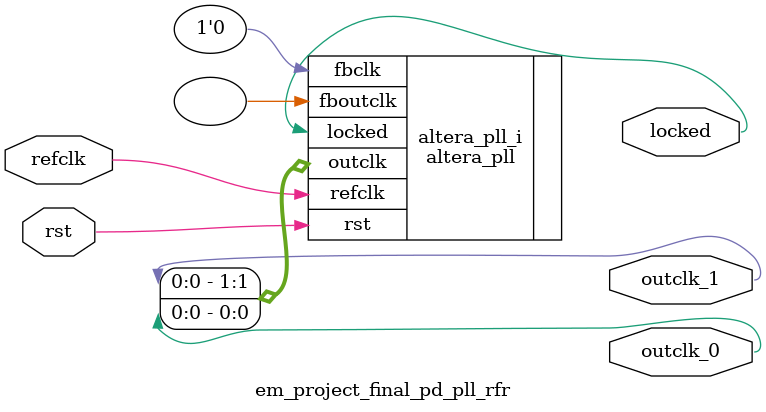
<source format=v>
`timescale 1ns/10ps
module  em_project_final_pd_pll_rfr(

	// interface 'refclk'
	input wire refclk,

	// interface 'reset'
	input wire rst,

	// interface 'outclk0'
	output wire outclk_0,

	// interface 'outclk1'
	output wire outclk_1,

	// interface 'locked'
	output wire locked
);

	altera_pll #(
		.fractional_vco_multiplier("false"),
		.reference_clock_frequency("50.0 MHz"),
		.operation_mode("direct"),
		.number_of_clocks(2),
		.output_clock_frequency0("74.242424 MHz"),
		.phase_shift0("0 ps"),
		.duty_cycle0(50),
		.output_clock_frequency1("74.242424 MHz"),
		.phase_shift1("0 ps"),
		.duty_cycle1(50),
		.output_clock_frequency2("0 MHz"),
		.phase_shift2("0 ps"),
		.duty_cycle2(50),
		.output_clock_frequency3("0 MHz"),
		.phase_shift3("0 ps"),
		.duty_cycle3(50),
		.output_clock_frequency4("0 MHz"),
		.phase_shift4("0 ps"),
		.duty_cycle4(50),
		.output_clock_frequency5("0 MHz"),
		.phase_shift5("0 ps"),
		.duty_cycle5(50),
		.output_clock_frequency6("0 MHz"),
		.phase_shift6("0 ps"),
		.duty_cycle6(50),
		.output_clock_frequency7("0 MHz"),
		.phase_shift7("0 ps"),
		.duty_cycle7(50),
		.output_clock_frequency8("0 MHz"),
		.phase_shift8("0 ps"),
		.duty_cycle8(50),
		.output_clock_frequency9("0 MHz"),
		.phase_shift9("0 ps"),
		.duty_cycle9(50),
		.output_clock_frequency10("0 MHz"),
		.phase_shift10("0 ps"),
		.duty_cycle10(50),
		.output_clock_frequency11("0 MHz"),
		.phase_shift11("0 ps"),
		.duty_cycle11(50),
		.output_clock_frequency12("0 MHz"),
		.phase_shift12("0 ps"),
		.duty_cycle12(50),
		.output_clock_frequency13("0 MHz"),
		.phase_shift13("0 ps"),
		.duty_cycle13(50),
		.output_clock_frequency14("0 MHz"),
		.phase_shift14("0 ps"),
		.duty_cycle14(50),
		.output_clock_frequency15("0 MHz"),
		.phase_shift15("0 ps"),
		.duty_cycle15(50),
		.output_clock_frequency16("0 MHz"),
		.phase_shift16("0 ps"),
		.duty_cycle16(50),
		.output_clock_frequency17("0 MHz"),
		.phase_shift17("0 ps"),
		.duty_cycle17(50),
		.pll_type("General"),
		.pll_subtype("General")
	) altera_pll_i (
		.rst	(rst),
		.outclk	({outclk_1, outclk_0}),
		.locked	(locked),
		.fboutclk	( ),
		.fbclk	(1'b0),
		.refclk	(refclk)
	);
endmodule


</source>
